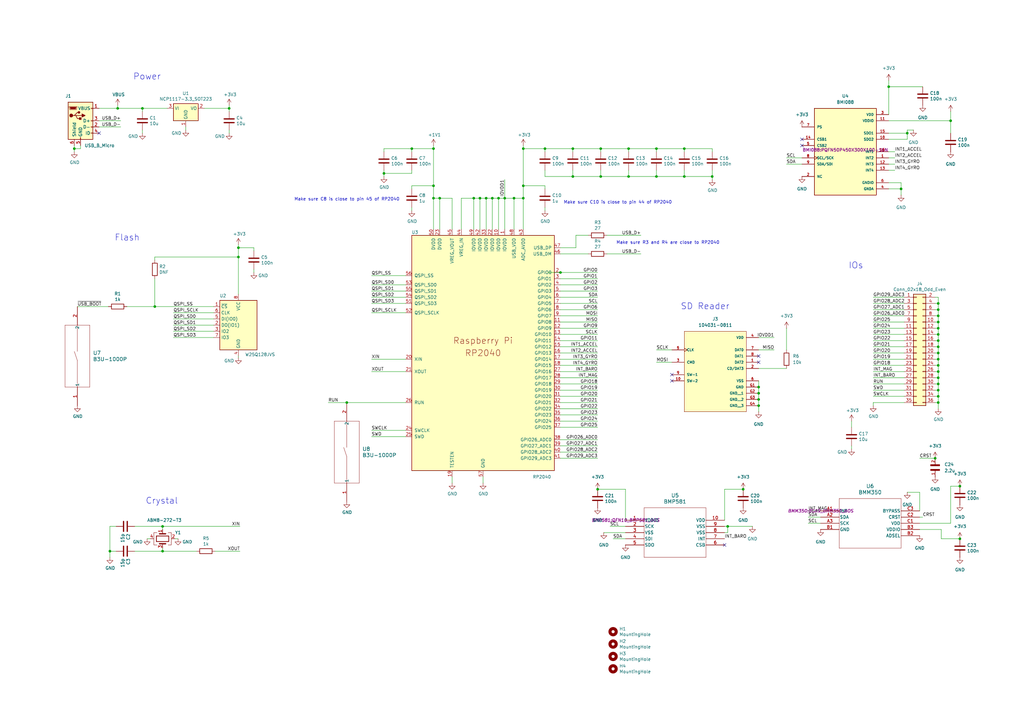
<source format=kicad_sch>
(kicad_sch (version 20231120) (generator "eeschema") (generator_version "8.0")
  (paper "A3")
  (title_block (title "ACE 3.0") (date "2024-01-16") (rev "REV2") (company "Raspberry Pi Ltd"))
  (junction (at 383.54 187.96))
  (junction (at 201.93 81.28))
  (junction (at 384.81 129.54))
  (junction (at 199.39 81.28))
  (junction (at 311.15 161.29))
  (junction (at 311.15 163.83))
  (junction (at 304.8 200.66))
  (junction (at 384.81 165.1))
  (junction (at 384.81 132.08))
  (junction (at 369.57 77.47))
  (junction (at 97.79 105.41))
  (junction (at 177.8 76.2))
  (junction (at 214.63 76.2))
  (junction (at 168.91 60.96))
  (junction (at 384.81 147.32))
  (junction (at 45.085 226.06))
  (junction (at 223.52 60.96))
  (junction (at 246.38 72.39))
  (junction (at 384.81 157.48))
  (junction (at 257.81 60.96))
  (junction (at 66.675 215.9))
  (junction (at 389.89 49.53))
  (junction (at 246.38 60.96))
  (junction (at 177.8 81.28))
  (junction (at 180.34 81.28))
  (junction (at 204.47 81.28))
  (junction (at 384.81 137.16))
  (junction (at 157.48 71.12))
  (junction (at 93.98 44.45))
  (junction (at 384.81 142.24))
  (junction (at 280.67 60.96))
  (junction (at 384.81 154.94))
  (junction (at 292.1 72.39))
  (junction (at 66.675 226.06))
  (junction (at 384.81 127))
  (junction (at 245.11 200.66))
  (junction (at 364.49 35.56))
  (junction (at 48.26 44.45))
  (junction (at 372.11 54.61))
  (junction (at 257.81 72.39))
  (junction (at 298.45 215.9))
  (junction (at 384.81 162.56))
  (junction (at 97.79 101.6))
  (junction (at 393.7 199.39))
  (junction (at 311.15 158.75))
  (junction (at 30.48 60.96))
  (junction (at 177.8 60.96))
  (junction (at 384.81 134.62))
  (junction (at 234.95 72.39))
  (junction (at 269.24 72.39))
  (junction (at 384.81 149.86))
  (junction (at 58.42 44.45))
  (junction (at 393.7 220.98))
  (junction (at 384.81 139.7))
  (junction (at 384.81 124.46))
  (junction (at 207.01 81.28))
  (junction (at 214.63 81.28))
  (junction (at 63.5 125.73))
  (junction (at 229.87 111.76))
  (junction (at 384.81 152.4))
  (junction (at 142.24 165.1))
  (junction (at 384.81 144.78))
  (junction (at 196.85 81.28))
  (junction (at 214.63 60.96))
  (junction (at 384.81 160.02))
  (junction (at 194.31 81.28))
  (junction (at 269.24 60.96))
  (junction (at 280.67 72.39))
  (junction (at 311.15 166.37))
  (junction (at 210.82 81.28))
  (junction (at 234.95 60.96))
  (no_connect (at 40.64 54.61))
  (no_connect (at 297.18 223.52))
  (no_connect (at 311.15 148.59))
  (no_connect (at 275.59 153.67))
  (no_connect (at 275.59 156.21))
  (no_connect (at 328.93 57.15))
  (no_connect (at 328.93 59.69))
  (no_connect (at 311.15 146.05))
  (wire (pts (xy 386.08 217.17) (xy 386.08 220.98)))
  (wire (pts (xy 311.15 138.43) (xy 317.5 138.43)))
  (wire (pts (xy 177.8 81.28) (xy 177.8 93.98)))
  (wire (pts (xy 229.87 137.16) (xy 245.11 137.16)))
  (wire (pts (xy 157.48 71.12) (xy 168.91 71.12)))
  (wire (pts (xy 236.22 96.52) (xy 236.22 101.6)))
  (wire (pts (xy 386.08 220.98) (xy 393.7 220.98)))
  (wire (pts (xy 384.81 147.32) (xy 384.81 149.86)))
  (wire (pts (xy 364.49 77.47) (xy 369.57 77.47)))
  (wire (pts (xy 48.26 44.45) (xy 58.42 44.45)))
  (wire (pts (xy 370.84 134.62) (xy 358.14 134.62)))
  (wire (pts (xy 364.49 67.31) (xy 367.03 67.31)))
  (wire (pts (xy 246.38 60.96) (xy 257.81 60.96)))
  (wire (pts (xy 311.15 156.21) (xy 311.15 158.75)))
  (wire (pts (xy 207.01 81.28) (xy 210.82 81.28)))
  (wire (pts (xy 311.15 163.83) (xy 311.15 166.37)))
  (wire (pts (xy 349.25 182.88) (xy 349.25 184.15)))
  (wire (pts (xy 87.63 138.43) (xy 71.12 138.43)))
  (wire (pts (xy 246.38 62.23) (xy 246.38 60.96)))
  (wire (pts (xy 177.8 59.69) (xy 177.8 60.96)))
  (wire (pts (xy 229.87 149.86) (xy 245.11 149.86)))
  (wire (pts (xy 384.81 132.08) (xy 384.81 134.62)))
  (wire (pts (xy 370.84 142.24) (xy 358.14 142.24)))
  (wire (pts (xy 97.79 101.6) (xy 97.79 105.41)))
  (wire (pts (xy 58.42 53.34) (xy 58.42 54.61)))
  (wire (pts (xy 229.87 175.26) (xy 245.11 175.26)))
  (wire (pts (xy 311.15 161.29) (xy 311.15 163.83)))
  (wire (pts (xy 194.31 81.28) (xy 196.85 81.28)))
  (wire (pts (xy 229.87 170.18) (xy 245.11 170.18)))
  (wire (pts (xy 48.26 43.18) (xy 48.26 44.45)))
  (wire (pts (xy 229.87 104.14) (xy 241.3 104.14)))
  (wire (pts (xy 377.19 209.55) (xy 377.19 201.93)))
  (wire (pts (xy 364.49 74.93) (xy 369.57 74.93)))
  (wire (pts (xy 224.79 111.76) (xy 229.87 111.76)))
  (wire (pts (xy 71.12 128.27) (xy 87.63 128.27)))
  (wire (pts (xy 364.49 64.77) (xy 367.03 64.77)))
  (wire (pts (xy 97.79 100.33) (xy 97.79 101.6)))
  (wire (pts (xy 248.92 96.52) (xy 262.89 96.52)))
  (wire (pts (xy 185.42 93.98) (xy 185.42 81.28)))
  (wire (pts (xy 384.81 154.94) (xy 384.81 157.48)))
  (wire (pts (xy 384.81 124.46) (xy 384.81 127)))
  (wire (pts (xy 246.38 69.85) (xy 246.38 72.39)))
  (wire (pts (xy 229.87 116.84) (xy 245.11 116.84)))
  (wire (pts (xy 58.42 45.72) (xy 58.42 44.45)))
  (wire (pts (xy 177.8 76.2) (xy 177.8 81.28)))
  (wire (pts (xy 384.81 129.54) (xy 384.81 132.08)))
  (wire (pts (xy 60.325 220.98) (xy 61.595 220.98)))
  (wire (pts (xy 389.89 199.39) (xy 393.7 199.39)))
  (wire (pts (xy 189.23 81.28) (xy 194.31 81.28)))
  (wire (pts (xy 157.48 60.96) (xy 168.91 60.96)))
  (wire (pts (xy 229.87 185.42) (xy 245.11 185.42)))
  (wire (pts (xy 63.5 114.3) (xy 63.5 125.73)))
  (wire (pts (xy 384.81 160.02) (xy 384.81 162.56)))
  (wire (pts (xy 157.48 69.85) (xy 157.48 71.12)))
  (wire (pts (xy 71.755 220.98) (xy 73.025 220.98)))
  (wire (pts (xy 229.87 111.76) (xy 245.11 111.76)))
  (wire (pts (xy 152.4 124.46) (xy 166.37 124.46)))
  (wire (pts (xy 383.54 129.54) (xy 384.81 129.54)))
  (wire (pts (xy 55.245 215.9) (xy 66.675 215.9)))
  (wire (pts (xy 383.54 127) (xy 384.81 127)))
  (wire (pts (xy 93.98 45.72) (xy 93.98 44.45)))
  (wire (pts (xy 389.89 45.72) (xy 389.89 49.53)))
  (wire (pts (xy 214.63 81.28) (xy 214.63 93.98)))
  (wire (pts (xy 364.49 62.23) (xy 367.03 62.23)))
  (wire (pts (xy 168.91 60.96) (xy 177.8 60.96)))
  (wire (pts (xy 44.45 125.73) (xy 31.75 125.73)))
  (wire (pts (xy 377.19 212.09) (xy 378.46 212.09)))
  (wire (pts (xy 370.84 129.54) (xy 358.14 129.54)))
  (wire (pts (xy 374.65 53.34) (xy 372.11 53.34)))
  (wire (pts (xy 214.63 76.2) (xy 223.52 76.2)))
  (wire (pts (xy 97.79 146.685) (xy 97.79 146.05)))
  (wire (pts (xy 199.39 93.98) (xy 199.39 81.28)))
  (wire (pts (xy 40.64 49.53) (xy 49.53 49.53)))
  (wire (pts (xy 177.8 60.96) (xy 177.8 76.2)))
  (wire (pts (xy 210.82 81.28) (xy 214.63 81.28)))
  (wire (pts (xy 152.4 119.38) (xy 166.37 119.38)))
  (wire (pts (xy 166.37 165.1) (xy 142.24 165.1)))
  (wire (pts (xy 269.24 62.23) (xy 269.24 60.96)))
  (wire (pts (xy 370.84 124.46) (xy 358.14 124.46)))
  (wire (pts (xy 196.85 81.28) (xy 199.39 81.28)))
  (wire (pts (xy 87.63 133.35) (xy 71.12 133.35)))
  (wire (pts (xy 384.81 142.24) (xy 384.81 144.78)))
  (wire (pts (xy 383.54 162.56) (xy 384.81 162.56)))
  (wire (pts (xy 389.89 214.63) (xy 389.89 199.39)))
  (wire (pts (xy 223.52 62.23) (xy 223.52 60.96)))
  (wire (pts (xy 311.15 158.75) (xy 311.15 161.29)))
  (wire (pts (xy 214.63 60.96) (xy 223.52 60.96)))
  (wire (pts (xy 104.14 101.6) (xy 97.79 101.6)))
  (wire (pts (xy 207.01 81.28) (xy 207.01 93.98)))
  (wire (pts (xy 196.85 93.98) (xy 196.85 81.28)))
  (wire (pts (xy 383.54 147.32) (xy 384.81 147.32)))
  (wire (pts (xy 369.57 77.47) (xy 369.57 80.01)))
  (wire (pts (xy 33.02 59.69) (xy 33.02 60.96)))
  (wire (pts (xy 66.675 224.79) (xy 66.675 226.06)))
  (wire (pts (xy 45.085 226.06) (xy 45.085 228.6)))
  (wire (pts (xy 229.87 101.6) (xy 236.22 101.6)))
  (wire (pts (xy 372.11 53.34) (xy 372.11 54.61)))
  (wire (pts (xy 384.81 144.78) (xy 384.81 147.32)))
  (wire (pts (xy 383.54 134.62) (xy 384.81 134.62)))
  (wire (pts (xy 214.63 60.96) (xy 214.63 76.2)))
  (wire (pts (xy 383.54 139.7) (xy 384.81 139.7)))
  (wire (pts (xy 311.15 166.37) (xy 311.15 168.91)))
  (wire (pts (xy 76.2 52.07) (xy 76.2 53.34)))
  (wire (pts (xy 166.37 152.4) (xy 152.4 152.4)))
  (wire (pts (xy 166.37 113.03) (xy 152.4 113.03)))
  (wire (pts (xy 269.24 60.96) (xy 280.67 60.96)))
  (wire (pts (xy 292.1 69.85) (xy 292.1 72.39)))
  (wire (pts (xy 331.47 209.55) (xy 336.55 209.55)))
  (wire (pts (xy 322.58 64.77) (xy 328.93 64.77)))
  (wire (pts (xy 88.265 226.06) (xy 98.425 226.06)))
  (wire (pts (xy 83.82 44.45) (xy 93.98 44.45)))
  (wire (pts (xy 331.47 214.63) (xy 336.55 214.63)))
  (wire (pts (xy 229.87 147.32) (xy 245.11 147.32)))
  (wire (pts (xy 370.84 152.4) (xy 358.14 152.4)))
  (wire (pts (xy 229.87 127) (xy 245.11 127)))
  (wire (pts (xy 247.65 218.44) (xy 256.54 218.44)))
  (wire (pts (xy 168.91 71.12) (xy 168.91 69.85)))
  (wire (pts (xy 377.19 214.63) (xy 389.89 214.63)))
  (wire (pts (xy 234.95 62.23) (xy 234.95 60.96)))
  (wire (pts (xy 234.95 72.39) (xy 223.52 72.39)))
  (wire (pts (xy 229.87 180.34) (xy 245.11 180.34)))
  (wire (pts (xy 214.63 76.2) (xy 214.63 81.28)))
  (wire (pts (xy 384.81 152.4) (xy 384.81 154.94)))
  (wire (pts (xy 214.63 59.69) (xy 214.63 60.96)))
  (wire (pts (xy 384.81 127) (xy 384.81 129.54)))
  (wire (pts (xy 229.87 129.54) (xy 245.11 129.54)))
  (wire (pts (xy 168.91 77.47) (xy 168.91 76.2)))
  (wire (pts (xy 87.63 135.89) (xy 71.12 135.89)))
  (wire (pts (xy 234.95 60.96) (xy 246.38 60.96)))
  (wire (pts (xy 364.49 49.53) (xy 389.89 49.53)))
  (wire (pts (xy 370.84 149.86) (xy 358.14 149.86)))
  (wire (pts (xy 52.07 125.73) (xy 63.5 125.73)))
  (wire (pts (xy 269.24 148.59) (xy 275.59 148.59)))
  (wire (pts (xy 383.54 165.1) (xy 384.81 165.1)))
  (wire (pts (xy 364.49 57.15) (xy 372.11 57.15)))
  (wire (pts (xy 30.48 59.69) (xy 30.48 60.96)))
  (wire (pts (xy 322.58 67.31) (xy 328.93 67.31)))
  (wire (pts (xy 229.87 187.96) (xy 245.11 187.96)))
  (wire (pts (xy 383.54 121.92) (xy 384.81 121.92)))
  (wire (pts (xy 358.14 165.1) (xy 370.84 165.1)))
  (wire (pts (xy 377.19 187.96) (xy 383.54 187.96)))
  (wire (pts (xy 234.95 69.85) (xy 234.95 72.39)))
  (wire (pts (xy 298.45 215.9) (xy 308.61 215.9)))
  (wire (pts (xy 180.34 93.98) (xy 180.34 81.28)))
  (wire (pts (xy 384.81 139.7) (xy 384.81 142.24)))
  (wire (pts (xy 280.67 72.39) (xy 292.1 72.39)))
  (wire (pts (xy 33.02 60.96) (xy 30.48 60.96)))
  (wire (pts (xy 370.84 157.48) (xy 358.14 157.48)))
  (wire (pts (xy 207.01 73.66) (xy 207.01 81.28)))
  (wire (pts (xy 68.58 44.45) (xy 58.42 44.45)))
  (wire (pts (xy 269.24 69.85) (xy 269.24 72.39)))
  (wire (pts (xy 383.54 154.94) (xy 384.81 154.94)))
  (wire (pts (xy 256.54 200.66) (xy 245.11 200.66)))
  (wire (pts (xy 383.54 152.4) (xy 384.81 152.4)))
  (wire (pts (xy 322.58 134.62) (xy 322.58 143.51)))
  (wire (pts (xy 297.18 215.9) (xy 298.45 215.9)))
  (wire (pts (xy 223.52 60.96) (xy 234.95 60.96)))
  (wire (pts (xy 297.18 200.66) (xy 304.8 200.66)))
  (wire (pts (xy 377.19 201.93) (xy 372.11 201.93)))
  (wire (pts (xy 223.52 85.09) (xy 223.52 86.36)))
  (wire (pts (xy 383.54 157.48) (xy 384.81 157.48)))
  (wire (pts (xy 229.87 132.08) (xy 245.11 132.08)))
  (wire (pts (xy 204.47 93.98) (xy 204.47 81.28)))
  (wire (pts (xy 55.245 226.06) (xy 66.675 226.06)))
  (wire (pts (xy 47.625 226.06) (xy 45.085 226.06)))
  (wire (pts (xy 66.675 226.06) (xy 80.645 226.06)))
  (wire (pts (xy 364.49 69.85) (xy 367.03 69.85)))
  (wire (pts (xy 229.87 119.38) (xy 245.11 119.38)))
  (wire (pts (xy 292.1 62.23) (xy 292.1 60.96)))
  (wire (pts (xy 166.37 179.07) (xy 152.4 179.07)))
  (wire (pts (xy 199.39 81.28) (xy 201.93 81.28)))
  (wire (pts (xy 292.1 72.39) (xy 292.1 73.66)))
  (wire (pts (xy 383.54 137.16) (xy 384.81 137.16)))
  (wire (pts (xy 349.25 172.72) (xy 349.25 175.26)))
  (wire (pts (xy 229.87 157.48) (xy 245.11 157.48)))
  (wire (pts (xy 384.81 121.92) (xy 384.81 124.46)))
  (wire (pts (xy 166.37 128.27) (xy 152.4 128.27)))
  (wire (pts (xy 297.18 218.44) (xy 298.45 218.44)))
  (wire (pts (xy 198.12 195.58) (xy 198.12 198.12)))
  (wire (pts (xy 168.91 76.2) (xy 177.8 76.2)))
  (wire (pts (xy 229.87 154.94) (xy 245.11 154.94)))
  (wire (pts (xy 87.63 130.81) (xy 71.12 130.81)))
  (wire (pts (xy 246.38 72.39) (xy 234.95 72.39)))
  (wire (pts (xy 370.84 132.08) (xy 358.14 132.08)))
  (wire (pts (xy 223.52 69.85) (xy 223.52 72.39)))
  (wire (pts (xy 370.84 137.16) (xy 358.14 137.16)))
  (wire (pts (xy 384.81 157.48) (xy 384.81 160.02)))
  (wire (pts (xy 370.84 160.02) (xy 358.14 160.02)))
  (wire (pts (xy 185.42 195.58) (xy 185.42 198.12)))
  (wire (pts (xy 229.87 160.02) (xy 245.11 160.02)))
  (wire (pts (xy 47.625 215.9) (xy 45.085 215.9)))
  (wire (pts (xy 229.87 139.7) (xy 245.11 139.7)))
  (wire (pts (xy 370.84 162.56) (xy 358.14 162.56)))
  (wire (pts (xy 372.11 54.61) (xy 372.11 57.15)))
  (wire (pts (xy 229.87 165.1) (xy 245.11 165.1)))
  (wire (pts (xy 298.45 218.44) (xy 298.45 215.9)))
  (wire (pts (xy 180.34 81.28) (xy 177.8 81.28)))
  (wire (pts (xy 378.46 35.56) (xy 364.49 35.56)))
  (wire (pts (xy 248.92 104.14) (xy 262.89 104.14)))
  (wire (pts (xy 383.54 144.78) (xy 384.81 144.78)))
  (wire (pts (xy 383.54 132.08) (xy 384.81 132.08)))
  (wire (pts (xy 229.87 144.78) (xy 245.11 144.78)))
  (wire (pts (xy 280.67 72.39) (xy 269.24 72.39)))
  (wire (pts (xy 45.085 215.9) (xy 45.085 226.06)))
  (wire (pts (xy 66.675 217.17) (xy 66.675 215.9)))
  (wire (pts (xy 152.4 116.84) (xy 166.37 116.84)))
  (wire (pts (xy 364.49 35.56) (xy 364.49 33.02)))
  (wire (pts (xy 358.14 166.37) (xy 358.14 165.1)))
  (wire (pts (xy 297.18 213.36) (xy 297.18 200.66)))
  (wire (pts (xy 201.93 81.28) (xy 204.47 81.28)))
  (wire (pts (xy 229.87 134.62) (xy 245.11 134.62)))
  (wire (pts (xy 383.54 142.24) (xy 384.81 142.24)))
  (wire (pts (xy 229.87 152.4) (xy 245.11 152.4)))
  (wire (pts (xy 377.19 217.17) (xy 386.08 217.17)))
  (wire (pts (xy 311.15 151.13) (xy 322.58 151.13)))
  (wire (pts (xy 157.48 62.23) (xy 157.48 60.96)))
  (wire (pts (xy 384.81 137.16) (xy 384.81 139.7)))
  (wire (pts (xy 236.22 96.52) (xy 241.3 96.52)))
  (wire (pts (xy 104.14 110.49) (xy 104.14 111.76)))
  (wire (pts (xy 157.48 71.12) (xy 157.48 72.39)))
  (wire (pts (xy 280.67 69.85) (xy 280.67 72.39)))
  (wire (pts (xy 152.4 147.32) (xy 166.37 147.32)))
  (wire (pts (xy 229.87 142.24) (xy 245.11 142.24)))
  (wire (pts (xy 257.81 60.96) (xy 269.24 60.96)))
  (wire (pts (xy 383.54 124.46) (xy 384.81 124.46)))
  (wire (pts (xy 370.84 121.92) (xy 358.14 121.92)))
  (wire (pts (xy 223.52 77.47) (xy 223.52 76.2)))
  (wire (pts (xy 370.84 139.7) (xy 358.14 139.7)))
  (wire (pts (xy 152.4 121.92) (xy 166.37 121.92)))
  (wire (pts (xy 384.81 149.86) (xy 384.81 152.4)))
  (wire (pts (xy 364.49 54.61) (xy 372.11 54.61)))
  (wire (pts (xy 229.87 124.46) (xy 245.11 124.46)))
  (wire (pts (xy 229.87 167.64) (xy 245.11 167.64)))
  (wire (pts (xy 251.46 220.98) (xy 256.54 220.98)))
  (wire (pts (xy 229.87 114.3) (xy 245.11 114.3)))
  (wire (pts (xy 257.81 72.39) (xy 246.38 72.39)))
  (wire (pts (xy 142.24 165.1) (xy 134.62 165.1)))
  (wire (pts (xy 104.14 102.87) (xy 104.14 101.6)))
  (wire (pts (xy 269.24 72.39) (xy 257.81 72.39)))
  (wire (pts (xy 370.84 147.32) (xy 358.14 147.32)))
  (wire (pts (xy 204.47 81.28) (xy 207.01 81.28)))
  (wire (pts (xy 63.5 125.73) (xy 87.63 125.73)))
  (wire (pts (xy 331.47 212.09) (xy 336.55 212.09)))
  (wire (pts (xy 194.31 93.98) (xy 194.31 81.28)))
  (wire (pts (xy 40.64 44.45) (xy 48.26 44.45)))
  (wire (pts (xy 369.57 74.93) (xy 369.57 77.47)))
  (wire (pts (xy 370.84 127) (xy 358.14 127)))
  (wire (pts (xy 256.54 213.36) (xy 256.54 200.66)))
  (wire (pts (xy 384.81 134.62) (xy 384.81 137.16)))
  (wire (pts (xy 201.93 93.98) (xy 201.93 81.28)))
  (wire (pts (xy 168.91 62.23) (xy 168.91 60.96)))
  (wire (pts (xy 250.19 215.9) (xy 256.54 215.9)))
  (wire (pts (xy 185.42 81.28) (xy 180.34 81.28)))
  (wire (pts (xy 370.84 154.94) (xy 358.14 154.94)))
  (wire (pts (xy 280.67 60.96) (xy 292.1 60.96)))
  (wire (pts (xy 280.67 62.23) (xy 280.67 60.96)))
  (wire (pts (xy 269.24 143.51) (xy 275.59 143.51)))
  (wire (pts (xy 257.81 69.85) (xy 257.81 72.39)))
  (wire (pts (xy 229.87 162.56) (xy 245.11 162.56)))
  (wire (pts (xy 383.54 160.02) (xy 384.81 160.02)))
  (wire (pts (xy 229.87 172.72) (xy 245.11 172.72)))
  (wire (pts (xy 364.49 35.56) (xy 364.49 46.99)))
  (wire (pts (xy 210.82 93.98) (xy 210.82 81.28)))
  (wire (pts (xy 257.81 62.23) (xy 257.81 60.96)))
  (wire (pts (xy 166.37 176.53) (xy 152.4 176.53)))
  (wire (pts (xy 370.84 144.78) (xy 358.14 144.78)))
  (wire (pts (xy 189.23 93.98) (xy 189.23 81.28)))
  (wire (pts (xy 384.81 165.1) (xy 384.81 167.64)))
  (wire (pts (xy 168.91 85.09) (xy 168.91 86.36)))
  (wire (pts (xy 93.98 53.34) (xy 93.98 54.61)))
  (wire (pts (xy 311.15 143.51) (xy 317.5 143.51)))
  (wire (pts (xy 30.48 60.96) (xy 30.48 62.23)))
  (wire (pts (xy 384.81 162.56) (xy 384.81 165.1)))
  (wire (pts (xy 63.5 106.68) (xy 63.5 105.41)))
  (wire (pts (xy 63.5 105.41) (xy 97.79 105.41)))
  (wire (pts (xy 93.98 44.45) (xy 93.98 43.18)))
  (wire (pts (xy 229.87 182.88) (xy 245.11 182.88)))
  (wire (pts (xy 229.87 121.92) (xy 245.11 121.92)))
  (wire (pts (xy 40.64 52.07) (xy 49.53 52.07)))
  (wire (pts (xy 389.89 49.53) (xy 389.89 54.61)))
  (wire (pts (xy 383.54 149.86) (xy 384.81 149.86)))
  (wire (pts (xy 97.79 105.41) (xy 97.79 120.65)))
  (wire (pts (xy 66.675 215.9) (xy 98.425 215.9)))
  (text "IOs" (at 347.98 110.49 0) (effects (font (size 2.54 2.54)) (justify left bottom)))
  (text "Power" (at 54.61 33.02 0) (effects (font (size 2.54 2.54)) (justify left bottom)))
  (text "Crystal" (at 59.69 207.01 0) (effects (font (size 2.54 2.54)) (justify left bottom)))
  (text "Make sure C8 is close to pin 45 of RP2040" (at 120.65 82.55 0) (effects (font (size 1.27 1.27)) (justify left bottom)))
  (text "SD Reader" (at 279.146 127.254 0) (effects (font (size 2.54 2.54)) (justify left bottom)))
  (text "Make sure C10 is close to pin 44 of RP2040" (at 231.14 83.82 0) (effects (font (size 1.27 1.27)) (justify left bottom)))
  (text "Make sure R3 and R4 are close to RP2040" (at 252.73 100.33 0) (effects (font (size 1.27 1.27)) (justify left bottom)))
  (text "Flash" (at 46.99 99.06 0) (effects (font (size 2.54 2.54)) (justify left bottom)))
  (label "XOUT" (at 98.425 226.06 180))
  (label "GPIO24" (at 358.14 134.62 0))
  (label "USB_D-" (at 49.53 52.07 180))
  (label "QSPI_SS" (at 71.12 125.73 0))
  (label "QSPI_SD3" (at 71.12 138.43 0))
  (label "QSPI_SD2" (at 152.4 121.92 0))
  (label "SCL" (at 322.58 64.77 0))
  (label "USB_D-" (at 262.89 104.14 180))
  (label "SDA" (at 245.11 121.92 180))
  (label "GPIO21" (at 358.14 142.24 0))
  (label "INT3_GYRO" (at 367.03 67.31 0))
  (label "RUN" (at 134.62 165.1 0))
  (label "XOUT" (at 152.4 152.4 0))
  (label "GPIO29_ADC3" (at 245.11 187.96 180))
  (label "QSPI_SD1" (at 152.4 119.38 0))
  (label "INT2_ACCEL" (at 245.11 144.78 180))
  (label "MISO" (at 317.5 143.51 180))
  (label "GPIO6" (at 245.11 127 180))
  (label "USB_D+" (at 262.89 96.52 180))
  (label "GPIO29_ADC3" (at 358.14 121.92 0))
  (label "GPIO28_ADC2" (at 358.14 124.46 0))
  (label "SWD" (at 152.4 179.07 0))
  (label "GPIO20" (at 245.11 162.56 180))
  (label "QSPI_SD1" (at 71.12 133.35 0))
  (label "QSPI_SD3" (at 152.4 124.46 0))
  (label "SWD" (at 358.14 160.02 0))
  (label "RUN" (at 358.14 157.48 0))
  (label "GPIO18" (at 245.11 157.48 180))
  (label "GPIO25" (at 245.11 175.26 180))
  (label "SDA" (at 251.46 220.98 0))
  (label "INT2_ACCEL" (at 367.03 64.77 0))
  (label "IOVDD1" (at 317.5 138.43 180))
  (label "INT1_ACCEL" (at 367.03 62.23 0))
  (label "GPIO0" (at 245.11 111.76 180))
  (label "GPIO21" (at 245.11 165.1 180))
  (label "GPIO11" (at 245.11 139.7 180))
  (label "INT_MAG" (at 358.14 152.4 0))
  (label "GPIO27_ADC1" (at 245.11 182.88 180))
  (label "GPIO1" (at 245.11 114.3 180))
  (label "XIN" (at 98.425 215.9 180))
  (label "USB_D+" (at 49.53 49.53 180))
  (label "INT4_GYRO" (at 367.03 69.85 0))
  (label "INT3_GYRO" (at 245.11 147.32 180))
  (label "GPIO3" (at 245.11 119.38 180))
  (label "SCLK" (at 245.11 137.16 180))
  (label "SCL" (at 250.19 215.9 0))
  (label "INT_MAG" (at 331.47 209.55 0))
  (label "GPIO23" (at 245.11 170.18 180))
  (label "SWCLK" (at 152.4 176.53 0))
  (label "MOSI" (at 269.24 148.59 0))
  (label "QSPI_SCLK" (at 152.4 128.27 0))
  (label "SCL" (at 331.47 214.63 0))
  (label "GPIO27_ADC1" (at 358.14 127 0))
  (label "GPIO25" (at 358.14 132.08 0))
  (label "QSPI_SD0" (at 152.4 116.84 0))
  (label "INT_MAG" (at 245.11 154.94 180))
  (label "GPIO18" (at 358.14 149.86 0))
  (label "GPIO2" (at 245.11 116.84 180))
  (label "GPIO9" (at 245.11 134.62 180))
  (label "INT4_GYRO" (at 245.11 149.86 180))
  (label "INT1_ACCEL" (at 245.11 142.24 180))
  (label "GPIO24" (at 245.11 172.72 180))
  (label "SCL" (at 245.11 124.46 180))
  (label "GPIO22" (at 245.11 167.64 180))
  (label "SWCLK" (at 358.14 162.56 0))
  (label "GPIO19" (at 245.11 160.02 180))
  (label "QSPI_SS" (at 152.4 113.03 0))
  (label "QSPI_SD2" (at 71.12 135.89 0))
  (label "QSPI_SD0" (at 71.12 130.81 0))
  (label "CRST" (at 377.19 187.96 0))
  (label "QSPI_SCLK" (at 71.12 128.27 0))
  (label "IOVDD1" (at 207.01 73.66 270))
  (label "CRST" (at 378.46 212.09 0))
  (label "~{USB_BOOT}" (at 31.75 125.73 0))
  (label "GPIO20" (at 358.14 144.78 0))
  (label "INT_BARO" (at 297.18 220.98 0))
  (label "GPIO26_ADC0" (at 245.11 180.34 180))
  (label "GPIO28_ADC2" (at 245.11 185.42 180))
  (label "INT_BARO" (at 245.11 152.4 180))
  (label "MISO" (at 245.11 132.08 180))
  (label "XIN" (at 152.4 147.32 0))
  (label "GPIO23" (at 358.14 137.16 0))
  (label "SDA" (at 322.58 67.31 0))
  (label "GPIO22" (at 358.14 139.7 0))
  (label "INT_BARO" (at 358.14 154.94 0))
  (label "GPIO26_ADC0" (at 358.14 129.54 0))
  (label "SDA" (at 331.47 212.09 0))
  (label "GPIO19" (at 358.14 147.32 0))
  (label "MOSI" (at 245.11 129.54 180))
  (label "SCLK" (at 269.24 143.51 0))
  (symbol (lib_id "MCU_RaspberryPi_RP2040:RP2040") (at 198.12 144.78 0) (unit 1)
    (property "Reference" "U3" (at 170.18 95.25 0))
    (property "Value" "RP2040" (at 222.25 195.58 0))
    (property "Footprint" "RP2040_minimal:RP2040-QFN-56" (effects (hide yes)))
  )
  (symbol (lib_id "Memory_Flash:W25Q128JVS") (at 97.79 133.35 0) (unit 1)
    (property "Reference" "U2" (at 91.44 121.285 0))
    (property "Value" "W25Q128JVS" (at 106.68 145.415 0))
    (property "Footprint" "Package_SO:SOIC-8_5.23x5.23mm_P1.27mm" (effects (hide yes)))
    (property "Datasheet" "http://www.winbond.com/resource-files/w25q128jv_dtr%20revc%2003272018%20plus.pdf" (effects (hide yes)))
  )
  (symbol (lib_id "power:+3V3") (at 97.79 100.33 0) (unit 1)
    (property "Reference" "#PWR07" (effects (hide yes)))
    (property "Value" "+3V3" (at 98.171 95.9358 0))
  )
  (symbol (lib_id "power:GND") (at 97.79 146.685 0) (unit 1)
    (property "Reference" "#PWR08" (effects (hide yes)))
    (property "Value" "GND" (at 93.98 147.955 0))
  )
  (symbol (lib_id "Device:R") (at 63.5 110.49 0) (unit 1)
    (property "Reference" "R2" (at 65.278 109.3216 0) (effects (justify left)))
    (property "Value" "DNF" (at 65.278 111.633 0) (effects (justify left)))
    (property "Footprint" "Resistor_SMD:R_0402_1005Metric" (effects (hide yes)))
  )
  (symbol (lib_id "Device:R") (at 48.26 125.73 270) (unit 1)
    (property "Reference" "R1" (at 48.26 120.4722 90))
    (property "Value" "1k" (at 48.26 122.7836 90))
    (property "Footprint" "Resistor_SMD:R_0402_1005Metric" (effects (hide yes)))
  )
  (symbol (lib_id "Device:C") (at 104.14 106.68 0) (unit 1)
    (property "Reference" "C5" (at 107.061 105.5116 0) (effects (justify left)))
    (property "Value" "100n" (at 107.061 107.823 0) (effects (justify left)))
    (property "Footprint" "Capacitor_SMD:C_0402_1005Metric" (effects (hide yes)))
  )
  (symbol (lib_id "power:GND") (at 104.14 111.76 0) (unit 1)
    (property "Reference" "#PWR011" (effects (hide yes)))
    (property "Value" "GND" (at 107.95 113.03 0))
  )
  (symbol (lib_id "Connector:USB_B_Micro") (at 33.02 49.53 0) (unit 1)
    (property "Reference" "J1" (at 29.21 39.37 0) (effects (justify right)))
    (property "Value" "USB_B_Micro" (at 46.99 59.69 0) (effects (justify right)))
    (property "Footprint" "RP2040_minimal:USB_Micro-B_Amphenol_10103594-0001LF_Horizontal_modified" (effects (hide yes)))
  )
  (symbol (lib_id "power:GND") (at 198.12 198.12 0) (unit 1)
    (property "Reference" "#PWR016" (effects (hide yes)))
    (property "Value" "GND" (at 198.247 202.5142 0))
  )
  (symbol (lib_id "power:GND") (at 185.42 198.12 0) (unit 1)
    (property "Reference" "#PWR015" (effects (hide yes)))
    (property "Value" "GND" (at 185.547 202.5142 0))
  )
  (symbol (lib_id "Device:R") (at 245.11 96.52 270) (unit 1)
    (property "Reference" "R3" (at 245.11 91.2622 90))
    (property "Value" "27" (at 245.11 93.5736 90))
    (property "Footprint" "Resistor_SMD:R_0402_1005Metric" (effects (hide yes)))
  )
  (symbol (lib_id "Device:R") (at 245.11 104.14 270) (unit 1)
    (property "Reference" "R4" (at 245.11 98.8822 90))
    (property "Value" "27" (at 245.11 101.1936 90))
    (property "Footprint" "Resistor_SMD:R_0402_1005Metric" (effects (hide yes)))
  )
  (symbol (lib_id "power:GND") (at 30.48 62.23 0) (unit 1)
    (property "Reference" "#PWR01" (effects (hide yes)))
    (property "Value" "GND" (at 30.607 66.6242 0))
  )
  (symbol (lib_id "power:GND") (at 358.14 166.37 0) (unit 1)
    (property "Reference" "#PWR0101" (effects (hide yes)))
    (property "Value" "GND" (at 358.267 170.7642 0))
  )
  (symbol (lib_id "power:+3V3") (at 214.63 59.69 0) (unit 1)
    (property "Reference" "#PWR017" (effects (hide yes)))
    (property "Value" "+3V3" (at 215.011 55.2958 0))
  )
  (symbol (lib_id "power:+1V1") (at 177.8 59.69 0) (unit 1)
    (property "Reference" "#PWR014" (effects (hide yes)))
    (property "Value" "+1V1" (at 178.181 55.2958 0))
  )
  (symbol (lib_id "Device:C") (at 223.52 66.04 0) (unit 1)
    (property "Reference" "C9" (at 226.441 64.8716 0) (effects (justify left)))
    (property "Value" "100n" (at 226.441 67.183 0) (effects (justify left)))
    (property "Footprint" "Capacitor_SMD:C_0402_1005Metric" (effects (hide yes)))
  )
  (symbol (lib_id "Device:C") (at 234.95 66.04 0) (unit 1)
    (property "Reference" "C11" (at 237.871 64.8716 0) (effects (justify left)))
    (property "Value" "100n" (at 237.871 67.183 0) (effects (justify left)))
    (property "Footprint" "Capacitor_SMD:C_0402_1005Metric" (effects (hide yes)))
  )
  (symbol (lib_id "Device:C") (at 246.38 66.04 0) (unit 1)
    (property "Reference" "C12" (at 249.301 64.8716 0) (effects (justify left)))
    (property "Value" "100n" (at 249.301 67.183 0) (effects (justify left)))
    (property "Footprint" "Capacitor_SMD:C_0402_1005Metric" (effects (hide yes)))
  )
  (symbol (lib_id "Device:C") (at 257.81 66.04 0) (unit 1)
    (property "Reference" "C13" (at 260.731 64.8716 0) (effects (justify left)))
    (property "Value" "100n" (at 260.731 67.183 0) (effects (justify left)))
    (property "Footprint" "Capacitor_SMD:C_0402_1005Metric" (effects (hide yes)))
  )
  (symbol (lib_id "Device:C") (at 269.24 66.04 0) (unit 1)
    (property "Reference" "C14" (at 272.161 64.8716 0) (effects (justify left)))
    (property "Value" "100n" (at 272.161 67.183 0) (effects (justify left)))
    (property "Footprint" "Capacitor_SMD:C_0402_1005Metric" (effects (hide yes)))
  )
  (symbol (lib_id "Device:C") (at 280.67 66.04 0) (unit 1)
    (property "Reference" "C15" (at 283.591 64.8716 0) (effects (justify left)))
    (property "Value" "100n" (at 283.591 67.183 0) (effects (justify left)))
    (property "Footprint" "Capacitor_SMD:C_0402_1005Metric" (effects (hide yes)))
  )
  (symbol (lib_id "Device:C") (at 292.1 66.04 0) (unit 1)
    (property "Reference" "C16" (at 295.021 64.8716 0) (effects (justify left)))
    (property "Value" "100n" (at 295.021 67.183 0) (effects (justify left)))
    (property "Footprint" "Capacitor_SMD:C_0402_1005Metric" (effects (hide yes)))
  )
  (symbol (lib_id "Device:C") (at 157.48 66.04 0) (unit 1)
    (property "Reference" "C6" (at 160.401 64.8716 0) (effects (justify left)))
    (property "Value" "100n" (at 160.401 67.183 0) (effects (justify left)))
    (property "Footprint" "Capacitor_SMD:C_0402_1005Metric" (effects (hide yes)))
  )
  (symbol (lib_id "Device:C") (at 168.91 66.04 0) (unit 1)
    (property "Reference" "C7" (at 171.831 64.8716 0) (effects (justify left)))
    (property "Value" "100n" (at 171.831 67.183 0) (effects (justify left)))
    (property "Footprint" "Capacitor_SMD:C_0402_1005Metric" (effects (hide yes)))
  )
  (symbol (lib_id "Device:C") (at 168.91 81.28 0) (unit 1)
    (property "Reference" "C8" (at 171.831 80.1116 0) (effects (justify left)))
    (property "Value" "1u" (at 171.831 82.423 0) (effects (justify left)))
    (property "Footprint" "Capacitor_SMD:C_0402_1005Metric" (effects (hide yes)))
  )
  (symbol (lib_id "Device:C") (at 223.52 81.28 0) (unit 1)
    (property "Reference" "C10" (at 226.441 80.1116 0) (effects (justify left)))
    (property "Value" "1u" (at 226.441 82.423 0) (effects (justify left)))
    (property "Footprint" "Capacitor_SMD:C_0402_1005Metric" (effects (hide yes)))
  )
  (symbol (lib_id "Mechanical:MountingHole") (at 251.46 259.08 0) (unit 1)
    (property "Reference" "H1" (at 254 257.9116 0) (effects (justify left)))
    (property "Value" "MountingHole" (at 254 260.223 0) (effects (justify left)))
    (property "Footprint" "MountingHole:MountingHole_2.7mm_M2.5" (effects (hide yes)))
  )
  (symbol (lib_id "Mechanical:MountingHole") (at 251.46 264.16 0) (unit 1)
    (property "Reference" "H2" (at 254 262.9916 0) (effects (justify left)))
    (property "Value" "MountingHole" (at 254 265.303 0) (effects (justify left)))
    (property "Footprint" "MountingHole:MountingHole_2.7mm_M2.5" (effects (hide yes)))
  )
  (symbol (lib_id "Mechanical:MountingHole") (at 251.46 269.24 0) (unit 1)
    (property "Reference" "H3" (at 254 268.0716 0) (effects (justify left)))
    (property "Value" "MountingHole" (at 254 270.383 0) (effects (justify left)))
    (property "Footprint" "MountingHole:MountingHole_2.7mm_M2.5" (effects (hide yes)))
  )
  (symbol (lib_id "Mechanical:MountingHole") (at 251.46 274.32 0) (unit 1)
    (property "Reference" "H4" (at 254 273.1516 0) (effects (justify left)))
    (property "Value" "MountingHole" (at 254 275.463 0) (effects (justify left)))
    (property "Footprint" "MountingHole:MountingHole_2.7mm_M2.5" (effects (hide yes)))
  )
  (symbol (lib_id "power:GND") (at 292.1 73.66 0) (unit 1)
    (property "Reference" "#PWR023" (effects (hide yes)))
    (property "Value" "GND" (at 292.227 78.0542 0))
  )
  (symbol (lib_id "power:GND") (at 157.48 72.39 0) (unit 1)
    (property "Reference" "#PWR012" (effects (hide yes)))
    (property "Value" "GND" (at 157.607 76.7842 0))
  )
  (symbol (lib_id "power:GND") (at 168.91 86.36 0) (unit 1)
    (property "Reference" "#PWR013" (effects (hide yes)))
    (property "Value" "GND" (at 169.037 90.7542 0))
  )
  (symbol (lib_id "power:GND") (at 223.52 86.36 0) (unit 1)
    (property "Reference" "#PWR018" (effects (hide yes)))
    (property "Value" "GND" (at 223.647 90.7542 0))
  )
  (symbol (lib_id "Regulator_Linear:NCP1117-3.3_SOT223") (at 76.2 44.45 0) (unit 1)
    (property "Reference" "U1" (at 76.2 38.3032 0))
    (property "Value" "NCP1117-3.3_SOT223" (at 76.2 40.6146 0))
    (property "Footprint" "Package_TO_SOT_SMD:SOT-223-3_TabPin2" (effects (hide yes)))
    (property "Datasheet" "http://www.onsemi.com/pub_link/Collateral/NCP1117-D.PDF" (effects (hide yes)))
  )
  (symbol (lib_id "power:VBUS") (at 48.26 43.18 0) (unit 1)
    (property "Reference" "#PWR03" (effects (hide yes)))
    (property "Value" "VBUS" (at 48.641 38.7858 0))
  )
  (symbol (lib_id "power:GND") (at 76.2 53.34 0) (unit 1)
    (property "Reference" "#PWR05" (effects (hide yes)))
    (property "Value" "GND" (at 72.39 54.61 0))
  )
  (symbol (lib_id "power:+3V3") (at 93.98 43.18 0) (unit 1)
    (property "Reference" "#PWR09" (effects (hide yes)))
    (property "Value" "+3V3" (at 94.361 38.7858 0))
  )
  (symbol (lib_id "Device:C") (at 58.42 49.53 0) (unit 1)
    (property "Reference" "C1" (at 61.341 48.3616 0) (effects (justify left)))
    (property "Value" "10u" (at 61.341 50.673 0) (effects (justify left)))
    (property "Footprint" "Capacitor_SMD:C_0805_2012Metric" (effects (hide yes)))
  )
  (symbol (lib_id "Device:C") (at 93.98 49.53 0) (unit 1)
    (property "Reference" "C4" (at 96.901 48.3616 0) (effects (justify left)))
    (property "Value" "10u" (at 96.901 50.673 0) (effects (justify left)))
    (property "Footprint" "Capacitor_SMD:C_0805_2012Metric" (effects (hide yes)))
  )
  (symbol (lib_id "power:GND") (at 58.42 54.61 0) (unit 1)
    (property "Reference" "#PWR04" (effects (hide yes)))
    (property "Value" "GND" (at 54.61 55.88 0))
  )
  (symbol (lib_id "power:GND") (at 93.98 54.61 0) (unit 1)
    (property "Reference" "#PWR010" (effects (hide yes)))
    (property "Value" "GND" (at 90.17 55.88 0))
  )
  (symbol (lib_id "power:+3V3") (at 349.25 172.72 0) (unit 1)
    (property "Reference" "#PWR024" (effects (hide yes)))
    (property "Value" "+3V3" (at 349.631 168.3258 0))
  )
  (symbol (lib_id "Device:C") (at 349.25 179.07 0) (unit 1)
    (property "Reference" "C17" (at 352.171 177.9016 0) (effects (justify left)))
    (property "Value" "10u" (at 352.171 180.213 0) (effects (justify left)))
    (property "Footprint" "Capacitor_SMD:C_0805_2012Metric" (effects (hide yes)))
  )
  (symbol (lib_id "power:GND") (at 349.25 184.15 0) (unit 1)
    (property "Reference" "#PWR025" (effects (hide yes)))
    (property "Value" "GND" (at 345.44 185.42 0))
  )
  (symbol (lib_id "power:GND") (at 384.81 167.64 0) (unit 1)
    (property "Reference" "#PWR022" (effects (hide yes)))
    (property "Value" "GND" (at 384.937 172.0342 0))
  )
  (symbol (lib_id "power:GND") (at 31.75 166.37 0) (unit 1)
    (property "Reference" "#PWR02" (effects (hide yes)))
    (property "Value" "GND" (at 31.877 170.7642 0))
  )
  (symbol (lib_id "Connector_Generic:Conn_02x18_Odd_Even") (at 375.92 142.24 0) (unit 1)
    (property "Reference" "J4" (at 377.19 116.4082 0))
    (property "Value" "Conn_02x18_Odd_Even" (at 377.19 118.7196 0))
    (property "Footprint" "Connector_PinHeader_2.54mm:PinHeader_2x18_P2.54mm_Vertical" (effects (hide yes)))
  )
  (symbol (lib_id "Device:C") (at 393.7 224.79 0) (unit 1)
    (property "Reference" "C23" (at 396.621 223.6216 0) (effects (justify left)))
    (property "Value" "100n" (at 396.621 225.933 0) (effects (justify left)))
    (property "Footprint" "Capacitor_SMD:C_0402_1005Metric" (effects (hide yes)))
  )
  (symbol (lib_name "GND_2") (lib_id "power:GND") (at 374.65 53.34 0) (unit 1)
    (property "Reference" "#PWR031" (effects (hide yes)))
    (property "Value" "GND" (at 374.65 58.42 0))
    (property "Description" "Power symbol creates a global label with name \"GND\" , ground" (effects (hide yes)))
  )
  (symbol (lib_name "GND_15") (lib_id "power:GND") (at 311.15 168.91 0) (unit 1)
    (property "Reference" "#PWR019" (effects (hide yes)))
    (property "Value" "GND" (at 311.15 173.99 0))
    (property "Description" "Power symbol creates a global label with name \"GND\" , ground" (effects (hide yes)))
  )
  (symbol (lib_name "+3V3_3") (lib_id "power:+3V3") (at 304.8 200.66 0) (unit 1)
    (property "Reference" "#PWR037" (effects (hide yes)))
    (property "Value" "+3V3" (at 304.8 195.58 0))
    (property "Description" "Power symbol creates a global label with name \"+3V3\"" (effects (hide yes)))
  )
  (symbol (lib_id "Device:C") (at 393.7 203.2 0) (unit 1)
    (property "Reference" "C22" (at 396.621 202.0316 0) (effects (justify left)))
    (property "Value" "100n" (at 396.621 204.343 0) (effects (justify left)))
    (property "Footprint" "Capacitor_SMD:C_0402_1005Metric" (effects (hide yes)))
  )
  (symbol (lib_id "Device:Crystal_GND24") (at 66.675 220.98 270) (unit 1)
    (property "Reference" "Y1" (at 71.755 218.44 90) (effects (justify left)))
    (property "Value" "ABM8-272-T3" (at 60.325 213.36 90) (effects (justify left)))
    (property "Footprint" "Crystal:Crystal_SMD_3225-4Pin_3.2x2.5mm" (effects (hide yes)))
  )
  (symbol (lib_id "CGB4B3X7R0J225K055AB:CGB4B3X7R0J225K055AB") (at 383.54 193.04 90) (unit 1)
    (property "Reference" "C24" (at 387.35 190.4999 90) (effects (justify right)))
    (property "Value" "2.2u" (at 387.35 193.0399 90) (effects (justify right)))
    (property "Footprint" "CGB4B3X7R0J225K055AB:CAPC2012X55N" (effects (hide yes)))
    (property "MF" "TDK" (effects (hide yes)))
    (property "Description_1" "\nCap Ceramic 2.2uF 6.3V X7R 10% SMD 0805 125°C Punched Paper T/R\n" (effects (hide yes)))
    (property "Package" "2012 TDK" (effects (hide yes)))
    (property "Price" "None" (effects (hide yes)))
    (property "SnapEDA_Link" "https://www.snapeda.com/parts/CGB4B3X7R0J225K055AB/TDK/view-part/?ref=snap" (effects (hide yes)))
    (property "MP" "CGB4B3X7R0J225K055AB" (effects (hide yes)))
    (property "Purchase-URL" "https://www.snapeda.com/api/url_track_click_mouser/?unipart_id=1859352&manufacturer=TDK&part_name=CGB4B3X7R0J225K055AB&search_term=None" (effects (hide yes)))
    (property "Availability" "In Stock" (effects (hide yes)))
    (property "Check_prices" "https://www.snapeda.com/parts/CGB4B3X7R0J225K055AB/TDK/view-part/?ref=eda" (effects (hide yes)))
  )
  (symbol (lib_id "power:GND") (at 73.025 220.98 0) (unit 1)
    (property "Reference" "#PWR027" (effects (hide yes)))
    (property "Value" "GND" (at 76.835 222.25 0))
  )
  (symbol (lib_name "+3V3_2") (lib_id "power:+3V3") (at 328.93 52.07 0) (unit 1)
    (property "Reference" "#PWR030" (effects (hide yes)))
    (property "Value" "+3V3" (at 328.93 46.99 0))
    (property "Description" "Power symbol creates a global label with name \"+3V3\"" (effects (hide yes)))
  )
  (symbol (lib_id "Device:C") (at 51.435 215.9 270) (unit 1)
    (property "Reference" "C2" (at 52.6034 218.821 0) (effects (justify left)))
    (property "Value" "15p" (at 50.292 218.821 0) (effects (justify left)))
    (property "Footprint" "Capacitor_SMD:C_0402_1005Metric" (effects (hide yes)))
  )
  (symbol (lib_name "GND_4") (lib_id "power:GND") (at 389.89 62.23 0) (unit 1)
    (property "Reference" "#PWR034" (effects (hide yes)))
    (property "Value" "GND" (at 389.89 67.31 0))
    (property "Description" "Power symbol creates a global label with name \"GND\" , ground" (effects (hide yes)))
  )
  (symbol (lib_name "GND_7") (lib_id "power:GND") (at 393.7 207.01 0) (unit 1)
    (property "Reference" "#PWR045" (effects (hide yes)))
    (property "Value" "GND" (at 393.7 212.09 0))
    (property "Description" "Power symbol creates a global label with name \"GND\" , ground" (effects (hide yes)))
  )
  (symbol (lib_name "+3V3_4") (lib_id "power:+3V3") (at 245.11 200.66 0) (unit 1)
    (property "Reference" "#PWR039" (effects (hide yes)))
    (property "Value" "+3V3" (at 245.11 195.58 0))
    (property "Description" "Power symbol creates a global label with name \"+3V3\"" (effects (hide yes)))
  )
  (symbol (lib_name "GND_7") (lib_id "power:GND") (at 393.7 228.6 0) (unit 1)
    (property "Reference" "#PWR047" (effects (hide yes)))
    (property "Value" "GND" (at 393.7 233.68 0))
    (property "Description" "Power symbol creates a global label with name \"GND\" , ground" (effects (hide yes)))
  )
  (symbol (lib_name "GND_8") (lib_id "power:GND") (at 245.11 208.28 0) (unit 1)
    (property "Reference" "#PWR040" (effects (hide yes)))
    (property "Value" "GND" (at 245.11 213.36 0))
    (property "Description" "Power symbol creates a global label with name \"GND\" , ground" (effects (hide yes)))
  )
  (symbol (lib_name "+3V3_1") (lib_id "power:+3V3") (at 364.49 33.02 0) (unit 1)
    (property "Reference" "#PWR028" (effects (hide yes)))
    (property "Value" "+3V3" (at 364.49 27.94 0))
    (property "Description" "Power symbol creates a global label with name \"+3V3\"" (effects (hide yes)))
  )
  (symbol (lib_id "Device:C") (at 304.8 204.47 0) (unit 1)
    (property "Reference" "C20" (at 307.721 203.3016 0) (effects (justify left)))
    (property "Value" "100n" (at 307.721 205.613 0) (effects (justify left)))
    (property "Footprint" "Capacitor_SMD:C_0402_1005Metric" (effects (hide yes)))
  )
  (symbol (lib_id "Device:C") (at 378.46 39.37 0) (unit 1)
    (property "Reference" "C18" (at 381.381 38.2016 0) (effects (justify left)))
    (property "Value" "100n" (at 381.381 40.513 0) (effects (justify left)))
    (property "Footprint" "Capacitor_SMD:C_0402_1005Metric" (effects (hide yes)))
  )
  (symbol (lib_id "104031-0811:104031-0811") (at 293.37 148.59 0) (unit 1)
    (property "Reference" "J3" (at 293.37 130.81 0))
    (property "Value" "104031-0811" (at 293.37 133.35 0))
    (property "Footprint" "1040310811-molex_usb:MOLEX_104031-0811" (effects (hide yes)))
    (property "PARTREV" "B2" (effects (hide yes)))
    (property "STANDARD" "Manufacturer Recommendations" (effects (hide yes)))
    (property "MAXIMUM_PACKAGE_HEIGHT" "1.57mm" (effects (hide yes)))
    (property "MANUFACTURER" "Molex" (effects (hide yes)))
  )
  (symbol (lib_id "power:GND") (at 142.24 205.74 0) (unit 1)
    (property "Reference" "#PWR021" (effects (hide yes)))
    (property "Value" "GND" (at 142.367 210.1342 0))
  )
  (symbol (lib_name "GND_5") (lib_id "power:GND") (at 378.46 43.18 0) (unit 1)
    (property "Reference" "#PWR035" (effects (hide yes)))
    (property "Value" "GND" (at 378.46 48.26 0))
    (property "Description" "Power symbol creates a global label with name \"GND\" , ground" (effects (hide yes)))
  )
  (symbol (lib_id "Device:R") (at 84.455 226.06 270) (unit 1)
    (property "Reference" "R5" (at 84.455 220.8022 90))
    (property "Value" "1k" (at 84.455 223.1136 90))
    (property "Footprint" "Resistor_SMD:R_0402_1005Metric" (effects (hide yes)))
  )
  (symbol (lib_name "+3V3_3") (lib_id "power:+3V3") (at 393.7 220.98 0) (unit 1)
    (property "Reference" "#PWR046" (effects (hide yes)))
    (property "Value" "+3V3" (at 393.7 215.9 0))
    (property "Description" "Power symbol creates a global label with name \"+3V3\"" (effects (hide yes)))
  )
  (symbol (lib_id "BOOT_Button:B3U-1000P") (at 31.75 166.37 90) (unit 1)
    (property "Reference" "U7" (at 38.1 144.7799 90) (effects (font (size 1.524 1.524)) (justify right)))
    (property "Value" "B3U-1000P" (at 38.1 147.3199 90) (effects (font (size 1.524 1.524)) (justify right)))
    (property "Footprint" "Button_Switch_SMD:SW_SPST_B3U-1000P" (effects (hide yes)))
    (property "Datasheet" "B3U-1000P" (effects (hide yes)))
  )
  (symbol (lib_id "Device:C") (at 389.89 58.42 0) (unit 1)
    (property "Reference" "C19" (at 392.811 57.2516 0) (effects (justify left)))
    (property "Value" "100n" (at 392.811 59.563 0) (effects (justify left)))
    (property "Footprint" "Capacitor_SMD:C_0402_1005Metric" (effects (hide yes)))
  )
  (symbol (lib_id "BMM350:BMM350") (at 336.55 209.55 0) (unit 1)
    (property "Reference" "U6" (at 356.87 199.39 0) (effects (font (size 1.524 1.524))))
    (property "Value" "BMM350" (at 356.87 201.93 0) (effects (font (size 1.524 1.524))))
    (property "Footprint" "BMM350:BGA9_BMM350_BOS" (at 336.55 209.55 0) (effects (font (italic yes))))
    (property "Datasheet" "BMM350" (effects (hide yes)))
  )
  (symbol (lib_name "+3V3_1") (lib_id "power:+3V3") (at 389.89 45.72 0) (unit 1)
    (property "Reference" "#PWR033" (effects (hide yes)))
    (property "Value" "+3V3" (at 389.89 40.64 0))
    (property "Description" "Power symbol creates a global label with name \"+3V3\"" (effects (hide yes)))
  )
  (symbol (lib_name "GND_10") (lib_id "power:GND") (at 256.54 223.52 0) (unit 1)
    (property "Reference" "#PWR043" (effects (hide yes)))
    (property "Value" "GND" (at 256.54 228.6 0))
    (property "Description" "Power symbol creates a global label with name \"GND\" , ground" (effects (hide yes)))
  )
  (symbol (lib_name "GND_12") (lib_id "power:GND") (at 336.55 217.17 0) (unit 1)
    (property "Reference" "#PWR049" (effects (hide yes)))
    (property "Value" "GND" (at 336.55 222.25 0))
    (property "Description" "Power symbol creates a global label with name \"GND\" , ground" (effects (hide yes)))
  )
  (symbol (lib_name "GND_1") (lib_id "power:GND") (at 369.57 80.01 0) (unit 1)
    (property "Reference" "#PWR029" (effects (hide yes)))
    (property "Value" "GND" (at 369.57 85.09 0))
    (property "Description" "Power symbol creates a global label with name \"GND\" , ground" (effects (hide yes)))
  )
  (symbol (lib_id "Device:R") (at 322.58 147.32 0) (unit 1)
    (property "Reference" "R6" (at 325.12 146.0499 0) (effects (justify left)))
    (property "Value" "10k" (at 325.12 148.5899 0) (effects (justify left)))
    (property "Footprint" "Resistor_SMD:R_0402_1005Metric" (effects (hide yes)))
    (property "Description" "Resistor" (effects (hide yes)))
  )
  (symbol (lib_name "+3V3_6") (lib_id "power:+3V3") (at 383.54 187.96 0) (unit 1)
    (property "Reference" "#PWR052" (effects (hide yes)))
    (property "Value" "+3V3" (at 383.54 182.88 0))
    (property "Description" "Power symbol creates a global label with name \"+3V3\"" (effects (hide yes)))
  )
  (symbol (lib_name "GND_6") (lib_id "power:GND") (at 308.61 215.9 0) (unit 1)
    (property "Reference" "#PWR036" (effects (hide yes)))
    (property "Value" "GND" (at 308.61 220.98 0))
    (property "Description" "Power symbol creates a global label with name \"GND\" , ground" (effects (hide yes)))
  )
  (symbol (lib_id "BOOT_Button:B3U-1000P") (at 142.24 205.74 90) (unit 1)
    (property "Reference" "U8" (at 148.59 184.1499 90) (effects (font (size 1.524 1.524)) (justify right)))
    (property "Value" "B3U-1000P" (at 148.59 186.6899 90) (effects (font (size 1.524 1.524)) (justify right)))
    (property "Footprint" "Button_Switch_SMD:SW_SPST_B3U-1000P" (effects (hide yes)))
    (property "Datasheet" "B3U-1000P" (effects (hide yes)))
  )
  (symbol (lib_name "GND_7") (lib_id "power:GND") (at 304.8 208.28 0) (unit 1)
    (property "Reference" "#PWR038" (effects (hide yes)))
    (property "Value" "GND" (at 304.8 213.36 0))
    (property "Description" "Power symbol creates a global label with name \"GND\" , ground" (effects (hide yes)))
  )
  (symbol (lib_id "BMI088:BMI088") (at 346.71 62.23 0) (unit 1)
    (property "Reference" "U4" (at 346.71 39.37 0))
    (property "Value" "BMI088" (at 346.71 41.91 0))
    (property "Footprint" "BMI088:PQFN50P450X300X100-16N" (at 346.71 62.23 0) (effects (justify bottom)))
    (property "MF" "Bosch Sensortec" (effects (hide yes)))
    (property "PURCHASE-URL" "https://pricing.snapeda.com/search/part/BMI088/?ref=eda" (effects (hide yes)))
    (property "PACKAGE" "VFLGA-16 Bosch Sensortec" (effects (hide yes)))
    (property "PRICE" "None" (effects (hide yes)))
    (property "MP" "BMI088" (effects (hide yes)))
    (property "AVAILABILITY" "In Stock" (effects (hide yes)))
    (property "DESCRIPTION" "Accelerometer, Gyroscope, 6 Axis Sensor I²C, SPI Output" (effects (hide yes)))
  )
  (symbol (lib_id "power:GND") (at 45.085 228.6 0) (unit 1)
    (property "Reference" "#PWR06" (effects (hide yes)))
    (property "Value" "GND" (at 45.212 232.9942 0))
  )
  (symbol (lib_id "Device:C") (at 245.11 204.47 0) (unit 1)
    (property "Reference" "C21" (at 248.031 203.3016 0) (effects (justify left)))
    (property "Value" "100n" (at 248.031 205.613 0) (effects (justify left)))
    (property "Footprint" "Capacitor_SMD:C_0402_1005Metric" (effects (hide yes)))
  )
  (symbol (lib_id "Device:C") (at 51.435 226.06 270) (unit 1)
    (property "Reference" "C3" (at 52.6034 228.981 0) (effects (justify left)))
    (property "Value" "15p" (at 50.292 228.981 0) (effects (justify left)))
    (property "Footprint" "Capacitor_SMD:C_0402_1005Metric" (effects (hide yes)))
  )
  (symbol (lib_name "+3V3_3") (lib_id "power:+3V3") (at 393.7 199.39 0) (unit 1)
    (property "Reference" "#PWR044" (effects (hide yes)))
    (property "Value" "+3V3" (at 393.7 194.31 0))
    (property "Description" "Power symbol creates a global label with name \"+3V3\"" (effects (hide yes)))
  )
  (symbol (lib_name "GND_3") (lib_id "power:GND") (at 328.93 72.39 0) (unit 1)
    (property "Reference" "#PWR032" (effects (hide yes)))
    (property "Value" "GND" (at 328.93 77.47 0))
    (property "Description" "Power symbol creates a global label with name \"GND\" , ground" (effects (hide yes)))
  )
  (symbol (lib_name "GND_9") (lib_id "power:GND") (at 247.65 218.44 0) (unit 1)
    (property "Reference" "#PWR041" (effects (hide yes)))
    (property "Value" "GND" (at 247.65 223.52 0))
    (property "Description" "Power symbol creates a global label with name \"GND\" , ground" (effects (hide yes)))
  )
  (symbol (lib_name "GND_14") (lib_id "power:GND") (at 383.54 195.58 0) (unit 1)
    (property "Reference" "#PWR051" (effects (hide yes)))
    (property "Value" "GND" (at 383.54 200.66 0))
    (property "Description" "Power symbol creates a global label with name \"GND\" , ground" (effects (hide yes)))
  )
  (symbol (lib_id "power:GND") (at 60.325 220.98 0) (unit 1)
    (property "Reference" "#PWR026" (effects (hide yes)))
    (property "Value" "GND" (at 56.515 222.25 0))
  )
  (symbol (lib_id "BMP581:BMP581") (at 256.54 213.36 0) (unit 1)
    (property "Reference" "U5" (at 276.86 203.2 0) (effects (font (size 1.524 1.524))))
    (property "Value" "BMP581" (at 276.86 205.74 0) (effects (font (size 1.524 1.524))))
    (property "Footprint" "BMP581:QFN10_BMP581_BOS" (at 256.54 213.36 0) (effects (font (italic yes))))
    (property "Datasheet" "BMP581" (effects (hide yes)))
  )
  (symbol (lib_name "GND_13") (lib_id "power:GND") (at 372.11 201.93 0) (unit 1)
    (property "Reference" "#PWR050" (effects (hide yes)))
    (property "Value" "GND" (at 372.11 207.01 0))
    (property "Description" "Power symbol creates a global label with name \"GND\" , ground" (effects (hide yes)))
  )
  (symbol (lib_name "GND_11") (lib_id "power:GND") (at 377.19 219.71 0) (unit 1)
    (property "Reference" "#PWR048" (effects (hide yes)))
    (property "Value" "GND" (at 377.19 224.79 0))
    (property "Description" "Power symbol creates a global label with name \"GND\" , ground" (effects (hide yes)))
  )
  (symbol (lib_name "+3V3_7") (lib_id "power:+3V3") (at 322.58 134.62 0) (unit 1)
    (property "Reference" "#PWR020" (effects (hide yes)))
    (property "Value" "+3V3" (at 322.58 129.54 0))
    (property "Description" "Power symbol creates a global label with name \"+3V3\"" (effects (hide yes)))
  )
)
</source>
